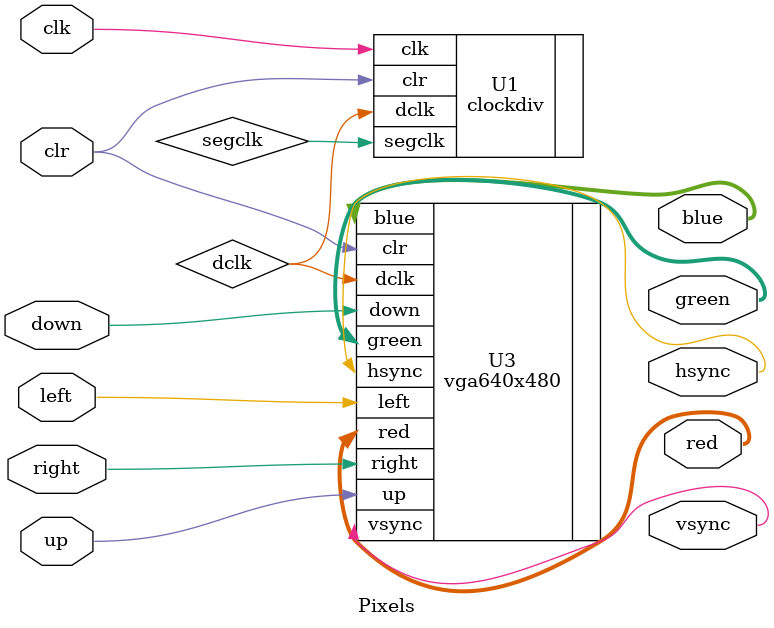
<source format=v>
`timescale 1ns / 1ps


module Pixels(
    input clr,
    input clk,
    input up,
    input down,
    input left,
    input right,
    output [2:0] red,
    output [2:0] green,
    output [1:0] blue,
    output hsync,
    output vsync

    );
    
    // VGA display clock interconnect
    wire dclk;
    
    //generate 7-seg clock & display clock
    clockdiv U1(
        .clk(clk),
        .clr(clr),
        .segclk(segclk),
        .dclk(dclk)
    );
    
    //VGA controller
    vga640x480 U3(
        .dclk(dclk),
        .clr(clr),
        .up(up),
        .down(down),
        .left(left),
        .right(right),
        .hsync(hsync),
        .vsync(vsync),
        .red(red),
        .green(green),
        .blue(blue)
    );    
    
    
endmodule

</source>
